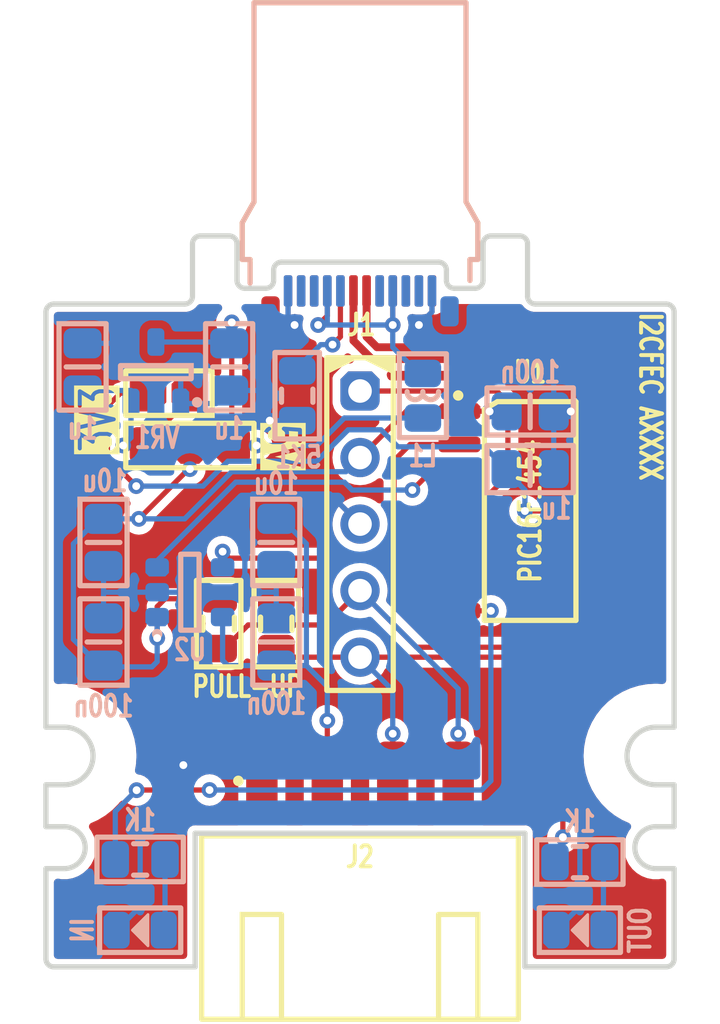
<source format=kicad_pcb>
(kicad_pcb (version 20221018) (generator pcbnew)
  (layers (0 "F.Cu" signal) (31 "B.Cu" jumper) (34 "B.Paste" user) (35 "F.Paste" user) (36 "B.SilkS" user "B.Silkscreen") (37 "F.SilkS" user "F.Silkscreen") (38 "B.Mask" user) (39 "F.Mask" user) (44 "Edge.Cuts" user))
  (net 0 "")
  (net 1 "A_CC")
  (net 2 "USB_DP")
  (net 3 "USB_DM")
  (net 4 "GND")
  (net 5 "5V")
  (net 6 "ICSP_VPP")
  (net 7 "Vin")
  (net 8 "POWER_EN")
  (net 9 "POWER_FAULT")
  (net 10 "VDD")
  (net 11 "VDD_OUT")
  (net 12 "3V3")
  (net 13 "SDA")
  (net 14 "SCL")
  (net 15 "LED_A'")
  (net 16 "LED_A")
  (net 17 "LED_B'")
  (net 18 "LED_B")
  (net 19 "3V3_USB")
  (footprint "Medo64:J USB C 3.2 Edge (24w)" (layer "F.Cu") (at 32 22)
    (fp_text reference "J1" (at 0.05 1.4) (layer "F.SilkS") (effects (font (size 0.8 0.6))))
    (fp_text value "105444-0001" hide)
    (fp_line (start -4.5 -2.5) (end -4.5 -1.1) (stroke (width 0.2)) (layer "B.SilkS"))
    (fp_line (start -4.5 -2.5) (end -4.05 -3.3) (stroke (width 0.2)) (layer "B.SilkS"))
    (fp_line (start -4.5 -1.1) (end -4.2 -1.1) (stroke (width 0.2)) (layer "B.SilkS"))
    (fp_line (start -4.2 -1) (end -4.2 -0.2) (stroke (width 0.2)) (layer "B.SilkS"))
    (fp_line (start -4.05 -10.9) (end -4.05 -3.3) (stroke (width 0.2)) (layer "B.SilkS"))
    (fp_line (start -4.05 -10.9) (end 4.05 -10.9) (stroke (width 0.2)) (layer "B.SilkS"))
    (fp_line (start 4.05 -10.9) (end 4.05 -3.3) (stroke (width 0.2)) (layer "B.SilkS"))
    (fp_line (start 4.2 -1.1) (end 4.2 -0.3) (stroke (width 0.2)) (layer "B.SilkS"))
    (fp_line (start 4.5 -2.5) (end 4.05 -3.3) (stroke (width 0.2)) (layer "B.SilkS"))
    (fp_line (start 4.5 -2.5) (end 4.5 -1.1) (stroke (width 0.2)) (layer "B.SilkS"))
    (fp_line (start 4.5 -1.1) (end 4.2 -1.1) (stroke (width 0.2)) (layer "B.SilkS"))
    (fp_line (start -4.5 -2.5) (end -4.5 -1.1) (stroke (width 0.2)) (layer "F.SilkS"))
    (fp_line (start -4.5 -2.5) (end -4.05 -3.3) (stroke (width 0.2)) (layer "F.SilkS"))
    (fp_line (start -4.5 -1.1) (end -4.2 -1.1) (stroke (width 0.2)) (layer "F.SilkS"))
    (fp_line (start -4.2 -1.1) (end -4.2 -0.3) (stroke (width 0.2)) (layer "F.SilkS"))
    (fp_line (start -4.05 -10.9) (end -4.05 -3.3) (stroke (width 0.2)) (layer "F.SilkS"))
    (fp_line (start -4.05 -10.9) (end 4.05 -10.9) (stroke (width 0.2)) (layer "F.SilkS"))
    (fp_line (start 4.05 -10.9) (end 4.05 -3.3) (stroke (width 0.2)) (layer "F.SilkS"))
    (fp_line (start 4.2 -1.1) (end 4.2 -0.3) (stroke (width 0.2)) (layer "F.SilkS"))
    (fp_line (start 4.5 -2.5) (end 4.05 -3.3) (stroke (width 0.2)) (layer "F.SilkS"))
    (fp_line (start 4.5 -2.5) (end 4.5 -1.1) (stroke (width 0.2)) (layer "F.SilkS"))
    (fp_line (start 4.5 -1.1) (end 4.2 -1.1) (stroke (width 0.2)) (layer "F.SilkS"))
    (pad "A1" smd roundrect locked (at -2.75 0.1) (size 0.33 1.2) (layers "F.Cu" "F.Paste" "F.Mask") (chamfer_ratio 0.2) (chamfer top_left bottom_left) (net 4 "GND"))
    (pad "A2" smd roundrect locked (at -2.25 0.1) (size 0.33 1.2) (layers "F.Cu" "F.Paste" "F.Mask"))
    (pad "A3" smd roundrect locked (at -1.75 0.1) (size 0.33 1.2) (layers "F.Cu" "F.Paste" "F.Mask"))
    (pad "A4" smd roundrect locked (at -1.25 0.1) (size 0.33 1.2) (layers "F.Cu" "F.Paste" "F.Mask") (net 7 "Vin"))
    (pad "A5" smd roundrect locked (at -0.75 0.1) (size 0.33 1.2) (layers "F.Cu" "F.Paste" "F.Mask") (net 1 "A_CC"))
    (pad "A6" smd roundrect locked (at -0.25 0.1) (size 0.33 1.2) (layers "F.Cu" "F.Paste" "F.Mask") (net 2 "USB_DP"))
    (pad "A7" smd roundrect locked (at 0.25 0.1) (size 0.33 1.2) (layers "F.Cu" "F.Paste" "F.Mask") (net 3 "USB_DM"))
    (pad "A8" smd roundrect locked (at 0.75 0.1) (size 0.33 1.2) (layers "F.Cu" "F.Paste" "F.Mask"))
    (pad "A9" smd roundrect locked (at 1.25 0.1) (size 0.33 1.2) (layers "F.Cu" "F.Paste" "F.Mask") (net 7 "Vin"))
    (pad "A10" smd roundrect locked (at 1.75 0.1) (size 0.33 1.2) (layers "F.Cu" "F.Paste" "F.Mask"))
    (pad "A11" smd roundrect locked (at 2.25 0.1) (size 0.33 1.2) (layers "F.Cu" "F.Paste" "F.Mask"))
    (pad "A12" smd roundrect locked (at 2.75 0.1) (size 0.33 1.2) (layers "F.Cu" "F.Paste" "F.Mask") (net 4 "GND"))
    (pad "B01" smd roundrect locked (at 2.75 0.1) (size 0.33 1.2) (layers "B.Cu" "B.Paste" "B.Mask") (chamfer_ratio 0.2) (chamfer top_right bottom_right) (net 4 "GND"))
    (pad "B02" smd roundrect locked (at 2.25 0.1) (size 0.33 1.2) (layers "B.Cu" "B.Paste" "B.Mask"))
    (pad "B03" smd roundrect locked (at 1.75 0.1) (size 0.33 1.2) (layers "B.Cu" "B.Paste" "B.Mask"))
    (pad "B04" smd roundrect locked (at 1.25 0.1) (size 0.33 1.2) (layers "B.Cu" "B.Paste" "B.Mask") (net 7 "Vin"))
    (pad "B05" smd roundrect locked (at 0.75 0.1) (size 0.33 1.2) (layers "B.Cu" "B.Paste" "B.Mask"))
    (pad "B08" smd roundrect locked (at -0.75 0.1) (size 0.33 1.2) (layers "B.Cu" "B.Paste" "B.Mask"))
    (pad "B09" smd roundrect locked (at -1.25 0.1) (size 0.33 1.2) (layers "B.Cu" "B.Paste" "B.Mask") (net 7 "Vin"))
    (pad "B10" smd roundrect locked (at -1.75 0.1) (size 0.33 1.2) (layers "B.Cu" "B.Paste" "B.Mask"))
    (pad "B11" smd roundrect locked (at -2.25 0.1) (size 0.33 1.2) (layers "B.Cu" "B.Paste" "B.Mask"))
    (pad "B12" smd roundrect locked (at -2.75 0.1) (size 0.33 1.2) (layers "B.Cu" "B.Paste" "B.Mask") (net 4 "GND"))
    (pad "S" smd roundrect locked (at -3.42 0.88) (size 0.7 1.15) (layers "F.Cu" "F.Paste" "F.Mask"))
    (pad "S" smd roundrect locked (at 3.42 0.88) (size 0.7 1.15) (layers "B.Cu" "B.Paste" "B.Mask"))
  )
  (footprint "Medo64:JP (0805)" (layer "F.Cu") (at 24.7 26 180)
    (fp_text reference "JP2" hide)
    (fp_text value "Jumper" hide)
    (fp_rect (start -1.65 -0.85) (end 1.65 0.85) (stroke (width 0.2)) (fill none) (layer "F.SilkS"))
    (pad "1" smd roundrect (at -0.8 0 180) (size 1.4 1.4) (layers "F.Cu" "F.Mask") (roundrect_rratio 0.2) (chamfer_ratio 0.25) (chamfer top_right bottom_right) (net 12 "3V3"))
    (pad "2" smd roundrect (at 0.8 0 180) (size 1.4 1.4) (layers "F.Cu" "F.Mask") (roundrect_rratio 0.2) (chamfer_ratio 0.25) (chamfer top_left bottom_left) (net 19 "3V3_USB"))
  )
  (footprint "Medo64:J JST XH Edge [I2C] (4w)" (layer "F.Cu") (at 32 40.8)
    (fp_text reference "J2" (at 0 2.9) (layer "F.SilkS") (effects (font (size 0.8 0.6) (thickness 0.15) bold)))
    (fp_text value "B4B-XH-A")
    (fp_rect (start -6.05 2.1) (end 6.05 9.1) (stroke (width 0.2)) (fill none) (layer "F.SilkS"))
    (fp_rect (start -4.5 5.1) (end -3 9.1) (stroke (width 0.2)) (fill none) (layer "F.SilkS"))
    (fp_rect (start 4.5 5.1) (end 3 9.1) (stroke (width 0.2)) (fill none) (layer "F.SilkS"))
    (fp_circle (center -4.65 0) (end -4.5 0) (stroke (width 0.1)) (fill solid) (layer "F.SilkS"))
    (pad "1" smd roundrect locked (at -3.75 0) (size 1.2 3) (layers "F.Cu" "F.Paste" "F.Mask") (chamfer_ratio 0.2) (chamfer top_left bottom_left) (net 4 "GND"))
    (pad "2" smd roundrect locked (at -1.25 0) (size 1.2 3) (layers "F.Cu" "F.Paste" "F.Mask") (net 11 "VDD_OUT"))
    (pad "3" smd roundrect locked (at 1.25 0) (size 1.2 3) (layers "F.Cu" "F.Paste" "F.Mask") (net 13 "SDA"))
    (pad "4" smd roundrect locked (at 3.75 0) (size 1.2 3) (layers "F.Cu" "F.Paste" "F.Mask") (net 14 "SCL"))
  )
  (footprint "Medo64:U Micro PIC16F1454 (SOIC-14)" (layer "F.Cu") (at 38.5 30.5)
    (fp_text reference "U1" (at 0 -5.3) (layer "F.SilkS") (effects (font (size 0.8 0.6))))
    (fp_text value "PIC16F1454" (at 0 0 90) (layer "F.SilkS") (effects (font (size 0.8 0.6))))
    (fp_line (start -1.75 -3.875) (end -1.25 -4.175) (stroke (width 0.2)) (layer "F.SilkS"))
    (fp_line (start -1.75 4.175) (end -1.75 -3.875) (stroke (width 0.2)) (layer "F.SilkS"))
    (fp_line (start -1.25 -4.175) (end 1.75 -4.175) (stroke (width 0.2)) (layer "F.SilkS"))
    (fp_line (start 1.75 -4.175) (end 1.75 4.175) (stroke (width 0.2)) (layer "F.SilkS"))
    (fp_line (start 1.75 4.175) (end -1.75 4.175) (stroke (width 0.2)) (layer "F.SilkS"))
    (fp_circle (center -2.75 -4.41) (end -2.6 -4.41) (stroke (width 0.1)) (fill solid) (layer "F.SilkS"))
    (pad "1" smd roundrect (at -2.7 -3.81) (size 1.6 0.6) (layers "F.Cu" "F.Paste" "F.Mask") (chamfer_ratio 0.2) (chamfer top_left top_right) (net 10 "VDD"))
    (pad "2" smd roundrect (at -2.7 -2.54) (size 1.6 0.6) (layers "F.Cu" "F.Paste" "F.Mask") (net 9 "POWER_FAULT"))
    (pad "3" smd roundrect (at -2.7 -1.27) (size 1.6 0.6) (layers "F.Cu" "F.Paste" "F.Mask") (net 8 "POWER_EN"))
    (pad "4" smd roundrect (at -2.7 0) (size 1.6 0.6) (layers "F.Cu" "F.Paste" "F.Mask") (net 6 "ICSP_VPP"))
    (pad "5" smd roundrect (at -2.7 1.27) (size 1.6 0.6) (layers "F.Cu" "F.Paste" "F.Mask"))
    (pad "6" smd roundrect (at -2.7 2.54) (size 1.6 0.6) (layers "F.Cu" "F.Paste" "F.Mask"))
    (pad "7" smd roundrect (at -2.7 3.81) (size 1.6 0.6) (layers "F.Cu" "F.Paste" "F.Mask") (net 16 "LED_A"))
    (pad "8" smd roundrect (at 2.7 3.81) (size 1.6 0.6) (layers "F.Cu" "F.Paste" "F.Mask") (net 18 "LED_B"))
    (pad "9" smd roundrect (at 2.7 2.54) (size 1.6 0.6) (layers "F.Cu" "F.Paste" "F.Mask") (net 13 "SDA"))
    (pad "10" smd roundrect (at 2.7 1.27) (size 1.6 0.6) (layers "F.Cu" "F.Paste" "F.Mask") (net 14 "SCL"))
    (pad "11" smd roundrect (at 2.7 0) (size 1.6 0.6) (layers "F.Cu" "F.Paste" "F.Mask") (net 19 "3V3_USB"))
    (pad "12" smd roundrect (at 2.7 -1.27) (size 1.6 0.6) (layers "F.Cu" "F.Paste" "F.Mask") (net 3 "USB_DM"))
    (pad "13" smd roundrect (at 2.7 -2.54) (size 1.6 0.6) (layers "F.Cu" "F.Paste" "F.Mask") (net 2 "USB_DP"))
    (pad "14" smd roundrect (at 2.7 -3.81) (size 1.6 0.6) (layers "F.Cu" "F.Paste" "F.Mask") (net 4 "GND"))
  )
  (footprint "Medo64:R (0805)" (layer "F.Cu") (at 26.6 34.8 90)
    (fp_text reference "R3" hide)
    (fp_text value "2K2" hide)
    (fp_line (start -0.25 -0.6) (end 0.25 -0.6) (stroke (width 0.2)) (layer "F.SilkS"))
    (fp_line (start -0.25 0.6) (end 0.25 0.6) (stroke (width 0.2)) (layer "F.SilkS"))
    (fp_rect (start -1.65 -0.85) (end 1.65 0.85) (stroke (width 0.2)) (fill none) (layer "F.SilkS"))
    (pad "1" smd roundrect (at -0.95 0 90) (size 1.05 1.4) (layers "F.Cu" "F.Paste" "F.Mask") (net 14 "SCL"))
    (pad "2" smd roundrect (at 0.95 0 90) (size 1.05 1.4) (layers "F.Cu" "F.Paste" "F.Mask") (net 10 "VDD"))
  )
  (footprint "Medo64:ICSP PIC Pogo (5w)" (layer "F.Cu") (at 32 31 -90)
    (fp_text reference "ICSP" hide)
    (fp_text value "Microchip PIC" hide)
    (fp_rect (start -6.35 -1.27) (end 6.35 1.27) (stroke (width 0.2)) (fill none) (layer "F.SilkS"))
    (fp_poly (pts (xy -6.35 0) (xy -6.35 -1.27) (xy -5.715 -1.27)) (fill solid) (layer "F.SilkS"))
    (fp_poly (pts (xy -6.35 0) (xy -6.35 1.27) (xy -5.715 1.27)) (fill solid) (layer "F.SilkS"))
    (pad "1" thru_hole roundrect (at -5.08 0 270) (size 1.5 1.5) (drill 0.9) (layers "*.Cu" "*.Mask") (chamfer_ratio 0.2) (chamfer top_left bottom_left) (net 6 "ICSP_VPP"))
    (pad "2" thru_hole circle (at -2.54 0 270) (size 1.5 1.5) (drill 0.9) (layers "*.Cu" "*.Mask") (net 10 "VDD"))
    (pad "3" thru_hole circle (at 0 0 270) (size 1.5 1.5) (drill 0.9) (layers "*.Cu" "*.Mask") (net 4 "GND"))
    (pad "4" thru_hole circle (at 2.54 0 270) (size 1.5 1.5) (drill 0.9) (layers "*.Cu" "*.Mask") (net 14 "SCL"))
    (pad "5" thru_hole circle (at 5.08 0 270) (size 1.5 1.5) (drill 0.9) (layers "*.Cu" "*.Mask") (net 13 "SDA"))
  )
  (footprint "Medo64:R (0805)" (layer "F.Cu") (at 28.8 34.8 90)
    (fp_text reference "R4" hide)
    (fp_text value "2K2" hide)
    (fp_line (start -0.25 -0.6) (end 0.25 -0.6) (stroke (width 0.2)) (layer "F.SilkS"))
    (fp_line (start -0.25 0.6) (end 0.25 0.6) (stroke (width 0.2)) (layer "F.SilkS"))
    (fp_rect (start -1.65 -0.85) (end 1.65 0.85) (stroke (width 0.2)) (fill none) (layer "F.SilkS"))
    (pad "1" smd roundrect (at -0.95 0 90) (size 1.05 1.4) (layers "F.Cu" "F.Paste" "F.Mask") (net 13 "SDA"))
    (pad "2" smd roundrect (at 0.95 0 90) (size 1.05 1.4) (layers "F.Cu" "F.Paste" "F.Mask") (net 10 "VDD"))
  )
  (footprint "Medo64:JP Dual (1205)" (layer "F.Cu") (at 25.5 28)
    (fp_text reference "JP1" hide)
    (fp_text value "Jumper" hide)
    (fp_rect (start -2.45 -0.85) (end 2.45 0.85) (stroke (width 0.2)) (fill none) (layer "F.SilkS"))
    (pad "1" smd roundrect (at -1.6 0) (size 1.4 1.4) (layers "F.Cu" "F.Mask") (roundrect_rratio 0.2) (chamfer_ratio 0.25) (chamfer top_right bottom_right) (net 12 "3V3"))
    (pad "2" smd roundrect (at 0 0) (size 1.4 1.4) (layers "F.Cu" "F.Mask") (roundrect_rratio 0) (chamfer_ratio 0.25) (chamfer top_left top_right bottom_left bottom_right) (net 10 "VDD"))
    (pad "3" smd roundrect (at 1.6 0) (size 1.4 1.4) (layers "F.Cu" "F.Mask") (roundrect_rratio 0.2) (chamfer_ratio 0.25) (chamfer top_left bottom_left) (net 5 "5V"))
  )
  (footprint "Medo64:R (0805)" (layer "B.Cu") (at 40.4 43.9)
    (fp_text reference "R2" hide)
    (fp_text value "1K" (at 0 -1.55) (layer "B.SilkS") (effects (font (size 0.8 0.6)) (justify mirror)))
    (fp_line (start -0.25 -0.6) (end 0.25 -0.6) (stroke (width 0.2)) (layer "B.SilkS"))
    (fp_line (start -0.25 0.6) (end 0.25 0.6) (stroke (width 0.2)) (layer "B.SilkS"))
    (fp_rect (start -1.65 0.85) (end 1.65 -0.85) (stroke (width 0.2)) (fill none) (layer "B.SilkS"))
    (pad "1" smd roundrect (at -0.95 0) (size 1.05 1.4) (layers "B.Cu" "B.Paste" "B.Mask") (net 18 "LED_B"))
    (pad "2" smd roundrect (at 0.95 0) (size 1.05 1.4) (layers "B.Cu" "B.Paste" "B.Mask") (net 17 "LED_B'"))
  )
  (footprint "Medo64:C (0805)" (layer "B.Cu") (at 28.8 31.7 -90)
    (fp_text reference "C8" hide)
    (fp_text value "10u" (at -2.25 0) (layer "B.SilkS") (effects (font (size 0.8 0.6) (thickness 0.15) bold) (justify mirror)))
    (fp_line (start 0 0.625) (end 0 -0.625) (stroke (width 0.2)) (layer "B.SilkS"))
    (fp_rect (start -1.65 0.9) (end 1.65 -0.9) (stroke (width 0.2)) (fill none) (layer "B.SilkS"))
    (pad "1" smd roundrect (at -0.9 0 270) (size 1.15 1.45) (layers "B.Cu" "B.Paste" "B.Mask") (net 11 "VDD_OUT"))
    (pad "2" smd roundrect (at 0.9 0 270) (size 1.15 1.45) (layers "B.Cu" "B.Paste" "B.Mask") (net 4 "GND"))
  )
  (footprint "Medo64:L (0805)" (layer "B.Cu") (at 34.4 26.1 -90)
    (fp_text reference "L1" (at 2.3 0) (layer "B.SilkS") (effects (font (size 0.8 0.6)) (justify mirror)))
    (fp_text value "120R" hide)
    (fp_rect (start -1.6 0.9) (end 1.6 -0.9) (stroke (width 0.2)) (fill none) (layer "B.SilkS"))
    (fp_arc (start -0.15 -0.6) (mid 0.15 -0.3) (end -0.15 0) (stroke (width 0.2)) (layer "B.SilkS"))
    (fp_arc (start -0.15 0) (mid 0.15 0.3) (end -0.15 0.6) (stroke (width 0.2)) (layer "B.SilkS"))
    (pad "1" smd roundrect (at -0.85 0 270) (size 1.05 1.4) (layers "B.Cu" "B.Paste" "B.Mask") (net 7 "Vin"))
    (pad "2" smd roundrect (at 0.85 0 270) (size 1.05 1.4) (layers "B.Cu" "B.Paste" "B.Mask") (net 5 "5V"))
  )
  (footprint "Medo64:DS (0805)" (layer "B.Cu") (at 40.4 46.5)
    (fp_text reference "DS2" hide)
    (fp_text value "OUT" (at 2.3 0 90 unlocked) (layer "B.SilkS") (effects (font (size 0.8 0.6) (thickness 0.15) bold) (justify mirror)))
    (fp_rect (start -1.55 0.85) (end 1.55 -0.85) (stroke (width 0.2)) (fill none) (layer "B.SilkS"))
    (fp_poly (pts (xy -0.3 0) (xy 0.3 0.6) (xy 0.3 -0.6)) (stroke (width 0.1)) (fill solid) (layer "B.SilkS"))
    (pad "1" smd roundrect (at -0.9 0) (size 1 1.4) (layers "B.Cu" "B.Paste" "B.Mask") (chamfer_ratio 0.2) (chamfer top_left bottom_left) (net 4 "GND"))
    (pad "2" smd roundrect (at 0.9 0) (size 1 1.4) (layers "B.Cu" "B.Paste" "B.Mask") (net 17 "LED_B'"))
  )
  (footprint "Medo64:C (0805)" (layer "B.Cu") (at 22.2 31.7 -90)
    (fp_text reference "C7" hide)
    (fp_text value "10u" (at -2.35 -0.05) (layer "B.SilkS") (effects (font (size 0.8 0.6) (thickness 0.15) bold) (justify mirror)))
    (fp_line (start 0 0.625) (end 0 -0.625) (stroke (width 0.2)) (layer "B.SilkS"))
    (fp_rect (start -1.65 0.9) (end 1.65 -0.9) (stroke (width 0.2)) (fill none) (layer "B.SilkS"))
    (pad "1" smd roundrect (at -0.9 0 270) (size 1.15 1.45) (layers "B.Cu" "B.Paste" "B.Mask") (net 10 "VDD"))
    (pad "2" smd roundrect (at 0.9 0 270) (size 1.15 1.45) (layers "B.Cu" "B.Paste" "B.Mask") (net 4 "GND"))
  )
  (footprint "Medo64:C (0805)" (layer "B.Cu") (at 22.2 35.5 90)
    (fp_text reference "C2" hide)
    (fp_text value "100n" (at -2.45 0 180) (layer "B.SilkS") (effects (font (size 0.8 0.6) (thickness 0.15) bold) (justify mirror)))
    (fp_line (start 0 0.625) (end 0 -0.625) (stroke (width 0.2)) (layer "B.SilkS"))
    (fp_rect (start -1.65 0.9) (end 1.65 -0.9) (stroke (width 0.2)) (fill none) (layer "B.SilkS"))
    (pad "1" smd roundrect (at -0.9 0 90) (size 1.15 1.45) (layers "B.Cu" "B.Paste" "B.Mask") (net 10 "VDD"))
    (pad "2" smd roundrect (at 0.9 0 90) (size 1.15 1.45) (layers "B.Cu" "B.Paste" "B.Mask") (net 4 "GND"))
  )
  (footprint "Medo64:U LoadSwitch MIC2091 (SOT23-5)" (layer "B.Cu") (at 25.5 33.6)
    (fp_text reference "U2" (at 0 2.2) (layer "B.SilkS") (effects (font (size 0.8 0.6)) (justify mirror)))
    (fp_text value "MIC2091" hide)
    (fp_rect (start 0.35 1.45) (end -0.35 -1.45) (stroke (width 0.2)) (fill none) (layer "B.SilkS"))
    (fp_circle (center -1.25 1.6) (end -1.1 1.6) (stroke (width 0.1)) (fill solid) (layer "B.SilkS"))
    (pad "1" smd roundrect (at -1.25 0.95) (size 0.9 0.7) (layers "B.Cu" "B.Paste" "B.Mask") (chamfer_ratio 0.2) (chamfer bottom_left bottom_right) (net 10 "VDD"))
    (pad "2" smd roundrect (at -1.25 0) (size 0.9 0.7) (layers "B.Cu" "B.Paste" "B.Mask") (net 4 "GND"))
    (pad "3" smd roundrect (at -1.25 -0.95) (size 0.9 0.7) (layers "B.Cu" "B.Paste" "B.Mask") (chamfer_ratio 0.2) (chamfer bottom_left bottom_right) (net 8 "POWER_EN"))
    (pad "4" smd roundrect (at 1.25 -0.95) (size 0.9 0.7) (layers "B.Cu" "B.Paste" "B.Mask") (net 9 "POWER_FAULT"))
    (pad "5" smd roundrect (at 1.25 0.95) (size 0.9 0.7) (layers "B.Cu" "B.Paste" "B.Mask") (net 11 "VDD_OUT"))
  )
  (footprint "Medo64:R (0805)" (layer "B.Cu") (at 29.6 26.1 90)
    (fp_text reference "R5" hide)
    (fp_text value "5K1" (at -2.35 0.05) (layer "B.SilkS") (effects (font (size 0.8 0.6)) (justify mirror)))
    (fp_line (start -0.25 -0.6) (end 0.25 -0.6) (stroke (width 0.2)) (layer "B.SilkS"))
    (fp_line (start -0.25 0.6) (end 0.25 0.6) (stroke (width 0.2)) (layer "B.SilkS"))
    (fp_rect (start -1.65 0.85) (end 1.65 -0.85) (stroke (width 0.2)) (fill none) (layer "B.SilkS"))
    (pad "1" smd roundrect (at -0.95 0 90) (size 1.05 1.4) (layers "B.Cu" "B.Paste" "B.Mask") (net 4 "GND"))
    (pad "2" smd roundrect (at 0.95 0 90) (size 1.05 1.4) (layers "B.Cu" "B.Paste" "B.Mask") (net 1 "A_CC"))
  )
  (footprint "Medo64:C (0805)" (layer "B.Cu") (at 28.8 35.5 90)
    (fp_text reference "C3" hide)
    (fp_text value "100n" (at -2.35 0 180) (layer "B.SilkS") (effects (font (size 0.8 0.6) (thickness 0.15) bold) (justify mirror)))
    (fp_line (start 0 0.625) (end 0 -0.625) (stroke (width 0.2)) (layer "B.SilkS"))
    (fp_rect (start -1.65 0.9) (end 1.65 -0.9) (stroke (width 0.2)) (fill none) (layer "B.SilkS"))
    (pad "1" smd roundrect (at -0.9 0 90) (size 1.15 1.45) (layers "B.Cu" "B.Paste" "B.Mask") (net 11 "VDD_OUT"))
    (pad "2" smd roundrect (at 0.9 0 90) (size 1.15 1.45) (layers "B.Cu" "B.Paste" "B.Mask") (net 4 "GND"))
  )
  (footprint "Medo64:C (0805)" (layer "B.Cu") (at 38.5 28.9)
    (fp_text reference "C4" hide)
    (fp_text value "1u" (at 1 1.5) (layer "B.SilkS") (effects (font (size 0.8 0.6) (thickness 0.15) bold) (justify mirror)))
    (fp_line (start 0 0.625) (end 0 -0.625) (stroke (width 0.2)) (layer "B.SilkS"))
    (fp_rect (start -1.65 0.9) (end 1.65 -0.9) (stroke (width 0.2)) (fill none) (layer "B.SilkS"))
    (pad "1" smd roundrect (at -0.9 0) (size 1.15 1.45) (layers "B.Cu" "B.Paste" "B.Mask") (net 19 "3V3_USB"))
    (pad "2" smd roundrect (at 0.9 0) (size 1.15 1.45) (layers "B.Cu" "B.Paste" "B.Mask") (net 4 "GND"))
  )
  (footprint "Medo64:C (0805)" (layer "B.Cu") (at 21.4 25 -90)
    (fp_text reference "C6" hide)
    (fp_text value "1u" (at 2.35 0) (layer "B.SilkS") (effects (font (size 0.8 0.6) (thickness 0.15) bold) (justify mirror)))
    (fp_line (start 0 0.625) (end 0 -0.625) (stroke (width 0.2)) (layer "B.SilkS"))
    (fp_rect (start -1.65 0.9) (end 1.65 -0.9) (stroke (width 0.2)) (fill none) (layer "B.SilkS"))
    (pad "1" smd roundrect (at -0.9 0 270) (size 1.15 1.45) (layers "B.Cu" "B.Paste" "B.Mask") (net 4 "GND"))
    (pad "2" smd roundrect (at 0.9 0 270) (size 1.15 1.45) (layers "B.Cu" "B.Paste" "B.Mask") (net 12 "3V3"))
  )
  (footprint "Medo64:C (0805)" (layer "B.Cu") (at 27 25 90)
    (fp_text reference "C5" hide)
    (fp_text value "1u" (at -2.35 0 180) (layer "B.SilkS") (effects (font (size 0.8 0.6) (thickness 0.15) bold) (justify mirror)))
    (fp_line (start 0 0.625) (end 0 -0.625) (stroke (width 0.2)) (layer "B.SilkS"))
    (fp_rect (start -1.65 0.9) (end 1.65 -0.9) (stroke (width 0.2)) (fill none) (layer "B.SilkS"))
    (pad "1" smd roundrect (at -0.9 0 90) (size 1.15 1.45) (layers "B.Cu" "B.Paste" "B.Mask") (net 4 "GND"))
    (pad "2" smd roundrect (at 0.9 0 90) (size 1.15 1.45) (layers "B.Cu" "B.Paste" "B.Mask") (net 5 "5V"))
  )
  (footprint "Medo64:C (0805)" (layer "B.Cu") (at 38.5 26.7)
    (fp_text reference "C1" hide)
    (fp_text value "100n" (at 0 -1.5) (layer "B.SilkS") (effects (font (size 0.8 0.6) (thickness 0.15) bold) (justify mirror)))
    (fp_line (start 0 0.625) (end 0 -0.625) (stroke (width 0.2)) (layer "B.SilkS"))
    (fp_rect (start -1.65 0.9) (end 1.65 -0.9) (stroke (width 0.2)) (fill none) (layer "B.SilkS"))
    (pad "1" smd roundrect (at -0.9 0) (size 1.15 1.45) (layers "B.Cu" "B.Paste" "B.Mask") (net 10 "VDD"))
    (pad "2" smd roundrect (at 0.9 0) (size 1.15 1.45) (layers "B.Cu" "B.Paste" "B.Mask") (net 4 "GND"))
  )
  (footprint "Medo64:DS (0805)" (layer "B.Cu") (at 23.6 46.5)
    (fp_text reference "DS1" hide)
    (fp_text value "IN" (at -2.2 0 90) (layer "B.SilkS") (effects (font (size 0.8 0.6) (thickness 0.15) bold) (justify mirror)))
    (fp_rect (start -1.55 0.85) (end 1.55 -0.85) (stroke (width 0.2)) (fill none) (layer "B.SilkS"))
    (fp_poly (pts (xy -0.3 0) (xy 0.3 0.6) (xy 0.3 -0.6)) (stroke (width 0.1)) (fill solid) (layer "B.SilkS"))
    (pad "1" smd roundrect (at -0.9 0) (size 1 1.4) (layers "B.Cu" "B.Paste" "B.Mask") (chamfer_ratio 0.2) (chamfer top_left bottom_left) (net 4 "GND"))
    (pad "2" smd roundrect (at 0.9 0) (size 1 1.4) (layers "B.Cu" "B.Paste" "B.Mask") (net 15 "LED_A'"))
  )
  (footprint "Medo64:VR Linear MCP1700 (SOT23-3)" (layer "B.Cu") (at 24.2 25.2 180)
    (fp_text reference "VR1" (at -0.05 -2.5) (layer "B.SilkS") (effects (font (size 0.8 0.6)) (justify mirror)))
    (fp_text value "MCP1700" hide)
    (fp_rect (start -1.35 0.25) (end 1.35 -0.25) (stroke (width 0.2)) (fill none) (layer "B.SilkS"))
    (fp_circle (center -1.575 -1.15) (end -1.425 -1.15) (stroke (width 0.1)) (fill solid) (layer "B.SilkS"))
    (pad "1" smd roundrect (at -0.95 -1.15 180) (size 0.65 1.05) (layers "B.Cu" "B.Paste" "B.Mask") (chamfer_ratio 0.2) (chamfer top_left bottom_left) (net 4 "GND"))
    (pad "2" smd roundrect (at 0.95 -1.15 180) (size 0.65 1.05) (layers "B.Cu" "B.Paste" "B.Mask") (net 12 "3V3"))
    (pad "3" smd roundrect (at 0 1.15 180) (size 0.65 1.05) (layers "B.Cu" "B.Paste" "B.Mask") (net 5 "5V"))
  )
  (footprint "Medo64:R (0805)" (layer "B.Cu") (at 23.6 43.8)
    (fp_text reference "R1" hide)
    (fp_text value "1K" (at 0 -1.5) (layer "B.SilkS") (effects (font (size 0.8 0.6)) (justify mirror)))
    (fp_line (start -0.25 -0.6) (end 0.25 -0.6) (stroke (width 0.2)) (layer "B.SilkS"))
    (fp_line (start -0.25 0.6) (end 0.25 0.6) (stroke (width 0.2)) (layer "B.SilkS"))
    (fp_rect (start -1.65 0.85) (end 1.65 -0.85) (stroke (width 0.2)) (fill none) (layer "B.SilkS"))
    (pad "1" smd roundrect (at -0.95 0) (size 1.05 1.4) (layers "B.Cu" "B.Paste" "B.Mask") (net 16 "LED_A"))
    (pad "2" smd roundrect (at 0.95 0) (size 1.05 1.4) (layers "B.Cu" "B.Paste" "B.Mask") (net 15 "LED_A'"))
  )
  (gr_line locked (start 38.4 20.3) (end 38.4 22.3) (stroke (width 0.2)) (layer "Edge.Cuts"))
  (gr_arc locked (start 25.6 22.3) (mid 25.512132 22.512132) (end 25.3 22.6) (stroke (width 0.2)) (layer "Edge.Cuts"))
  (gr_arc locked (start 43.3 40.95) (mid 42.2 39.85) (end 43.3 38.75) (stroke (width 0.2)) (layer "Edge.Cuts"))
  (gr_line locked (start 38.3 47.9) (end 43.7 47.9) (stroke (width 0.2)) (layer "Edge.Cuts"))
  (gr_line locked (start 20.7 40.95) (end 20 40.95) (stroke (width 0.2)) (layer "Edge.Cuts"))
  (gr_line locked (start 43.3 40.95) (end 44 40.95) (stroke (width 0.2)) (layer "Edge.Cuts"))
  (gr_line locked (start 44 44.15) (end 43.3 44.15) (stroke (width 0.2)) (layer "Edge.Cuts"))
  (gr_arc locked (start 35 21) (mid 35.212132 21.087868) (end 35.3 21.3) (stroke (width 0.2)) (layer "Edge.Cuts"))
  (gr_arc locked (start 28.7 21.3) (mid 28.787868 21.087868) (end 29 21) (stroke (width 0.2)) (layer "Edge.Cuts"))
  (gr_line locked (start 38.1 20) (end 37 20) (stroke (width 0.2)) (layer "Edge.Cuts"))
  (gr_arc locked (start 28.7 21.7) (mid 28.612132 21.912132) (end 28.4 22) (stroke (width 0.2)) (layer "Edge.Cuts"))
  (gr_arc locked (start 27 20) (mid 27.212132 20.087868) (end 27.3 20.3) (stroke (width 0.2)) (layer "Edge.Cuts"))
  (gr_arc locked (start 43.7 22.6) (mid 43.912132 22.687868) (end 44 22.9) (stroke (width 0.2)) (layer "Edge.Cuts"))
  (gr_line locked (start 20 44.15) (end 20 47.6) (stroke (width 0.2)) (layer "Edge.Cuts"))
  (gr_line locked (start 20 38.75) (end 20.7 38.75) (stroke (width 0.2)) (layer "Edge.Cuts"))
  (gr_line locked (start 44 42.55) (end 43.3 42.55) (stroke (width 0.2)) (layer "Edge.Cuts"))
  (gr_arc locked (start 38.7 22.6) (mid 38.487868 22.512132) (end 38.4 22.3) (stroke (width 0.2)) (layer "Edge.Cuts"))
  (gr_line locked (start 44 42.55) (end 44 40.95) (stroke (width 0.2)) (layer "Edge.Cuts"))
  (gr_line locked (start 28.4 22) (end 27.6 22) (stroke (width 0.2)) (layer "Edge.Cuts"))
  (gr_line locked (start 43.7 22.6) (end 38.7 22.6) (stroke (width 0.2)) (layer "Edge.Cuts"))
  (gr_line locked (start 20.3 22.6) (end 25.3 22.6) (stroke (width 0.2)) (layer "Edge.Cuts"))
  (gr_arc locked (start 38.1 20) (mid 38.312132 20.087868) (end 38.4 20.3) (stroke (width 0.2)) (layer "Edge.Cuts"))
  (gr_arc locked (start 35.6 22) (mid 35.387868 21.912132) (end 35.3 21.7) (stroke (width 0.2)) (layer "Edge.Cuts"))
  (gr_line locked (start 35.3 21.7) (end 35.3 21.3) (stroke (width 0.2)) (layer "Edge.Cuts"))
  (gr_line locked (start 27.3 20.3) (end 27.3 21.7) (stroke (width 0.2)) (layer "Edge.Cuts"))
  (gr_arc locked (start 20 22.9) (mid 20.087868 22.687868) (end 20.3 22.6) (stroke (width 0.2)) (layer "Edge.Cuts"))
  (gr_arc locked (start 36.7 20.3) (mid 36.787868 20.087868) (end 37 20) (stroke (width 0.2)) (layer "Edge.Cuts"))
  (gr_arc locked (start 20.7 42.55) (mid 21.5 43.35) (end 20.7 44.15) (stroke (width 0.2)) (layer "Edge.Cuts"))
  (gr_arc locked (start 27.6 22) (mid 27.387868 21.912132) (end 27.3 21.7) (stroke (width 0.2)) (layer "Edge.Cuts"))
  (gr_line locked (start 36.7 20.3) (end 36.7 21.7) (stroke (width 0.2)) (layer "Edge.Cuts"))
  (gr_arc locked (start 44 47.6) (mid 43.912132 47.812132) (end 43.7 47.9) (stroke (width 0.2)) (layer "Edge.Cuts"))
  (gr_line locked (start 36.4 22) (end 35.6 22) (stroke (width 0.2)) (layer "Edge.Cuts"))
  (gr_line locked (start 44 22.9) (end 44 38.75) (stroke (width 0.2)) (layer "Edge.Cuts"))
  (gr_line locked (start 43.3 38.75) (end 44 38.75) (stroke (width 0.2)) (layer "Edge.Cuts"))
  (gr_line locked (start 28.7 21.7) (end 28.7 21.3) (stroke (width 0.2)) (layer "Edge.Cuts"))
  (gr_arc locked (start 20.7 38.75) (mid 21.8 39.85) (end 20.7 40.95) (stroke (width 0.2)) (layer "Edge.Cuts"))
  (gr_arc locked (start 43.3 44.15) (mid 42.5 43.35) (end 43.3 42.55) (stroke (width 0.2)) (layer "Edge.Cuts"))
  (gr_line locked (start 25.9 20) (end 27 20) (stroke (width 0.2)) (layer "Edge.Cuts"))
  (gr_line locked (start 25.6 20.3) (end 25.6 22.3) (stroke (width 0.2)) (layer "Edge.Cuts"))
  (gr_line locked (start 44 44.15) (end 44 47.6) (stroke (width 0.2)) (layer "Edge.Cuts"))
  (gr_line locked (start 20 22.9) (end 20 38.75) (stroke (width 0.2)) (layer "Edge.Cuts"))
  (gr_line locked (start 20.7 44.15) (end 20 44.15) (stroke (width 0.2)) (layer "Edge.Cuts"))
  (gr_line locked (start 38.3 42.8) (end 25.7 42.8) (stroke (width 0.2)) (layer "Edge.Cuts"))
  (gr_arc locked (start 25.6 20.3) (mid 25.687868 20.087868) (end 25.9 20) (stroke (width 0.2)) (layer "Edge.Cuts"))
  (gr_arc locked (start 36.7 21.7) (mid 36.612132 21.912132) (end 36.4 22) (stroke (width 0.2)) (layer "Edge.Cuts"))
  (gr_line locked (start 29 21) (end 35 21) (stroke (width 0.2)) (layer "Edge.Cuts"))
  (gr_line locked (start 25.7 47.9) (end 25.7 42.8) (stroke (width 0.2)) (layer "Edge.Cuts"))
  (gr_line locked (start 20.7 42.55) (end 20 42.55) (stroke (width 0.2)) (layer "Edge.Cuts"))
  (gr_line locked (start 20 42.55) (end 20 40.95) (stroke (width 0.2)) (layer "Edge.Cuts"))
  (gr_line locked (start 20.3 47.9) (end 25.7 47.9) (stroke (width 0.2)) (layer "Edge.Cuts"))
  (gr_line locked (start 38.3 47.9) (end 38.3 42.8) (stroke (width 0.2)) (layer "Edge.Cuts"))
  (gr_arc locked (start 20.3 47.9) (mid 20.087868 47.812132) (end 20 47.6) (stroke (width 0.2)) (layer "Edge.Cuts"))
  (gr_text "5V" (at 29 28 270) (layer "F.SilkS" knockout) (effects (font (size 1.3 0.9) (thickness 0.15) bold)))
  (gr_text "PULL-UP" (at 27.7 37.2) (layer "F.SilkS") (effects (font (size 0.8 0.6) (thickness 0.15) bold)))
  (gr_text "I2CFEC AXXXX" (at 43.1 22.85 270) (layer "F.SilkS") (effects (font (size 0.8 0.6) (thickness 0.15) bold) (justify left)))
  (gr_text "3V3" (at 22 27 90) (layer "F.SilkS" knockout) (effects (font (size 1.3 0.9) (thickness 0.15) bold)))
  (segment (start 31.25 23.85) (end 30.95 24.15) (width 0.2) (layer "F.Cu") (net 1))
  (segment (start 31.25 22.1) (end 31.25 23.85) (width 0.2) (layer "F.Cu") (net 1))
  (via (at 30.95 24.15) (size 0.6) (drill 0.3) (layers "F.Cu" "B.Cu") (net 1))
  (segment (start 30.5 24.15) (end 30.95 24.15) (width 0.2) (layer "B.Cu") (net 1))
  (segment (start 29.65 25) (end 30.5 24.15) (width 0.2) (layer "B.Cu") (net 1))
  (segment (start 41.9 24.7) (end 42.75 25.55) (width 0.3) (layer "F.Cu") (net 2))
  (segment (start 42.29 27.96) (end 41.2 27.96) (width 0.3) (layer "F.Cu") (net 2))
  (segment (start 42.75 27.5) (end 42.29 27.96) (width 0.3) (layer "F.Cu") (net 2))
  (segment (start 32.45 24.7) (end 41.9 24.7) (width 0.3) (layer "F.Cu") (net 2))
  (segment (start 31.75 24) (end 32.45 24.7) (width 0.3) (layer "F.Cu") (net 2))
  (segment (start 42.75 25.55) (end 42.75 27.5) (width 0.3) (layer "F.Cu") (net 2))
  (segment (start 31.75 22.1) (end 31.75 24) (width 0.3) (layer "F.Cu") (net 2))
  (segment (start 42.086396 24.25) (end 32.65 24.25) (width 0.3) (layer "F.Cu") (net 3))
  (segment (start 32.25 23.85) (end 32.25 22.1) (width 0.3) (layer "F.Cu") (net 3))
  (segment (start 32.65 24.25) (end 32.25 23.85) (width 0.3) (layer "F.Cu") (net 3))
  (segment (start 43.2 25.363604) (end 42.086396 24.25) (width 0.3) (layer "F.Cu") (net 3))
  (segment (start 41.2 29.23) (end 42.17 29.23) (width 0.3) (layer "F.Cu") (net 3))
  (segment (start 43.2 28.2) (end 43.2 25.363604) (width 0.3) (layer "F.Cu") (net 3))
  (segment (start 42.17 29.23) (end 43.2 28.2) (width 0.3) (layer "F.Cu") (net 3))
  (segment (start 28.25 40.8) (end 28.25 40.199992) (width 0.2) (layer "F.Cu") (net 4))
  (segment (start 40.060002 26.69) (end 40.050002 26.7) (width 0.2) (layer "F.Cu") (net 4))
  (segment (start 41.2 26.69) (end 40.060002 26.69) (width 0.2) (layer "F.Cu") (net 4))
  (segment (start 28.55 27.05) (end 28.8 27.3) (width 0.2) (layer "F.Cu") (net 4))
  (segment (start 28.8 27.8) (end 32 31) (width 0.2) (layer "F.Cu") (net 4))
  (segment (start 29.25 23.182417) (end 29.428008 23.360425) (width 0.2) (layer "F.Cu") (net 4))
  (segment (start 34.75 22.9) (end 34.25 23.4) (width 0.2) (layer "F.Cu") (net 4))
  (segment (start 28.25 40.199992) (end 25.25 40.199992) (width 0.2) (layer "F.Cu") (net 4))
  (segment (start 34.75 22.1) (end 34.75 22.9) (width 0.2) (layer "F.Cu") (net 4))
  (segment (start 29.25 22.1) (end 29.25 23.182417) (width 0.2) (layer "F.Cu") (net 4))
  (segment (start 28.8 27.3) (end 28.8 27.8) (width 0.2) (layer "F.Cu") (net 4))
  (via (at 40.050002 26.7) (size 0.6) (drill 0.3) (layers "F.Cu" "B.Cu") (net 4))
  (via (at 25.25 40.199992) (size 0.6) (drill 0.3) (layers "F.Cu" "B.Cu") (net 4))
  (via (at 29.5 23.4) (size 0.6) (drill 0.3) (layers "F.Cu" "B.Cu") (net 4))
  (via (at 34.25 23.4) (size 0.6) (drill 0.3) (layers "F.Cu" "B.Cu") (net 4))
  (via (at 28.55 27.05) (size 0.6) (drill 0.3) (layers "F.Cu" "B.Cu") (net 4))
  (segment (start 25.25 40.199992) (end 25.25 33.6) (width 0.2) (layer "B.Cu") (net 4))
  (segment (start 22.2 33.6) (end 22.2 32.6) (width 0.2) (layer "B.Cu") (net 4))
  (segment (start 28.25 25.9) (end 28.25 24.65) (width 0.2) (layer "B.Cu") (net 4))
  (segment (start 25.15 25.45) (end 25.15 26.35) (width 0.2) (layer "B.Cu") (net 4))
  (segment (start 23.6 45.6) (end 22.7 46.5) (width 0.2) (layer "B.Cu") (net 4))
  (segment (start 25.25 40.5) (end 25.25 40.199992) (width 0.2) (layer "B.Cu") (net 4))
  (segment (start 39.4 24.45) (end 39.4 26.7) (width 0.2) (layer "B.Cu") (net 4))
  (segment (start 25.25 42) (end 24.25 42) (width 0.2) (layer "B.Cu") (net 4))
  (segment (start 25.25 33.6) (end 27.4 33.6) (width 0.2) (layer "B.Cu") (net 4))
  (segment (start 24.25 33.6) (end 22.2 33.6) (width 0.2) (layer "B.Cu") (net 4))
  (segment (start 29.25 22.1) (end 29.25 23.15) (width 0.2) (layer "B.Cu") (net 4))
  (segment (start 27.9 29.85) (end 27.6 30.15) (width 0.2) (layer "B.Cu") (net 4))
  (segment (start 34.25 23.4) (end 34.25 23.85) (width 0.2) (layer "B.Cu") (net 4))
  (segment (start 27.6 30.15) (end 27.6 33.6) (width 0.2) (layer "B.Cu") (net 4))
  (segment (start 34.75 22.9) (end 34.25 23.4) (width 0.2) (layer "B.Cu") (net 4))
  (segment (start 24.25 42) (end 23.6 42.65) (width 0.2) (layer "B.Cu") (net 4))
  (segment (start 25.25 42) (end 39.9 42) (width 0.2) (layer "B.Cu") (net 4))
  (segment (start 28.8 34.6) (end 28.8 33.6) (width 0.2) (layer "B.Cu") (net 4))
  (segment (start 27 25.9) (end 28.25 25.9) (width 0.2) (layer "B.Cu") (net 4))
  (segment (start 24.9 25.2) (end 25.15 25.45) (width 0.2) (layer "B.Cu") (net 4))
  (segment (start 24.25 33.6) (end 25.25 33.6) (width 0.2) (layer "B.Cu") (net 4))
  (segment (start 26.5 26.4) (end 27 25.9) (width 0.2) (layer "B.Cu") (net 4))
  (segment (start 28.25 26.75) (end 28.55 27.05) (width 0.2) (layer "B.Cu") (net 4))
  (segment (start 34.75 22.1) (end 34.75 22.9) (width 0.2) (layer "B.Cu") (net 4))
  (segment (start 23.6 42.65) (end 23.6 45.6) (width 0.2) (layer "B.Cu") (net 4))
  (segment (start 27.6 33.6) (end 27.4 33.6) (width 0.2) (layer "B.Cu") (net 4))
  (segment (start 29.25 23.15) (end 29.5 23.4) (width 0.2) (layer "B.Cu") (net 4))
  (segment (start 34.5 24.1) (end 39.05 24.1) (width 0.2) (layer "B.Cu") (net 4))
  (segment (start 25.15 26.35) (end 25.2 26.4) (width 0.2) (layer "B.Cu") (net 4))
  (segment (start 28.8 33.6) (end 28.8 32.6) (width 0.2) (layer "B.Cu") (net 4))
  (segment (start 25.25 42) (end 25.25 40.5) (width 0.2) (layer "B.Cu") (net 4))
  (segment (start 39.4 28.9) (end 39.4 26.7) (width 0.2) (layer "B.Cu") (net 4))
  (segment (start 27.4 33.6) (end 28.8 33.6) (width 0.2) (layer "B.Cu") (net 4))
  (segment (start 39.9 42) (end 40.4 42.5) (width 0.2) (layer "B.Cu") (net 4))
  (segment (start 40.050002 26.7) (end 39.4 26.7) (width 0.2) (layer "B.Cu") (net 4))
  (segment (start 39.05 24.1) (end 39.4 24.45) (width 0.2) (layer "B.Cu") (net 4))
  (segment (start 21.4 24.1) (end 22.5 24.1) (width 0.2) (layer "B.Cu") (net 4))
  (segment (start 32 31) (end 30.85 29.85) (width 0.2) (layer "B.Cu") (net 4))
  (segment (start 22.2 34.6) (end 22.2 33.6) (width 0.2) (layer "B.Cu") (net 4))
  (segment (start 28.25 25.9) (end 28.25 26.75) (width 0.2) (layer "B.Cu") (net 4))
  (segment (start 40.4 45.6) (end 39.5 46.5) (width 0.2) (layer "B.Cu") (net 4))
  (segment (start 23.6 25.2) (end 24.9 25.2) (width 0.2) (layer "B.Cu") (net 4))
  (segment (start 25.2 26.4) (end 26.5 26.4) (width 0.2) (layer "B.Cu") (net 4))
  (segment (start 28.25 24.65) (end 29.5 23.4) (width 0.2) (layer "B.Cu") (net 4))
  (segment (start 34.25 23.85) (end 34.5 24.1) (width 0.2) (layer "B.Cu") (net 4))
  (segment (start 30.85 29.85) (end 27.9 29.85) (width 0.2) (layer "B.Cu") (net 4))
  (segment (start 29.6 27.05) (end 28.55 27.05) (width 0.2) (layer "B.Cu") (net 4))
  (segment (start 22.5 24.1) (end 23.6 25.2) (width 0.2) (layer "B.Cu") (net 4))
  (segment (start 40.4 42.5) (end 40.4 45.6) (width 0.2) (layer "B.Cu") (net 4))
  (segment (start 27.1 28) (end 27.1 23.3) (width 0.2) (layer "F.Cu") (net 5))
  (segment (start 27.1 28) (end 28 28) (width 0.2) (layer "F.Cu") (net 5))
  (segment (start 28 28) (end 28.05 27.95) (width 0.2) (layer "F.Cu") (net 5))
  (via (at 28.05 28) (size 0.6) (drill 0.3) (layers "F.Cu" "B.Cu") (net 5))
  (via (at 27.1 23.3) (size 0.6) (drill 0.3) (layers "F.Cu" "B.Cu") (net 5))
  (segment (start 27.1 24) (end 27 24.1) (width 0.2) (layer "B.Cu") (net 5))
  (segment (start 34.4 26.95) (end 31.4 26.95) (width 0.2) (layer "B.Cu") (net 5))
  (segment (start 31.4 26.95) (end 30.35 28) (width 0.2) (layer "B.Cu") (net 5))
  (segment (start 30.35 28) (end 28.05 28) (width 0.2) (layer "B.Cu") (net 5))
  (segment (start 24.2 24.05) (end 26.95 24.05) (width 0.2) (layer "B.Cu") (net 5))
  (segment (start 27.1 23.3) (end 27.1 24) (width 0.2) (layer "B.Cu") (net 5))
  (segment (start 32 25.92) (end 37.22 25.92) (width 0.2) (layer "F.Cu") (net 6))
  (segment (start 37.65 29.15) (end 36.3 30.5) (width 0.2) (layer "F.Cu") (net 6))
  (segment (start 37.22 25.92) (end 37.65 26.35) (width 0.2) (layer "F.Cu") (net 6))
  (segment (start 37.65 26.35) (end 37.65 29.15) (width 0.2) (layer "F.Cu") (net 6))
  (segment (start 36.3 30.5) (end 35.8 30.5) (width 0.2) (layer "F.Cu") (net 6))
  (segment (start 33.25 22.1) (end 33.25 23.350004) (width 0.2) (layer "F.Cu") (net 7))
  (segment (start 33.25 23.350004) (end 33.250004 23.350008) (width 0.2) (layer "F.Cu") (net 7))
  (segment (start 30.75 22.1) (end 30.75 23.05) (width 0.2) (layer "F.Cu") (net 7))
  (segment (start 30.75 23.05) (end 30.4 23.4) (width 0.2) (layer "F.Cu") (net 7))
  (via (at 33.25 23.4) (size 0.6) (drill 0.3) (layers "F.Cu" "B.Cu") (net 7))
  (via (at 30.4 23.4) (size 0.6) (drill 0.3) (layers "F.Cu" "B.Cu") (net 7))
  (segment (start 30.7 23.4) (end 33.25 23.4) (width 0.2) (layer "B.Cu") (net 7))
  (segment (start 33.25 24.25) (end 34.25 25.25) (width 0.2) (layer "B.Cu") (net 7))
  (segment (start 30.75 22.1) (end 30.75 23.35) (width 0.2) (layer "B.Cu") (net 7))
  (segment (start 30.75 23.35) (end 30.7 23.4) (width 0.2) (layer "B.Cu") (net 7))
  (segment (start 33.25 23.350004) (end 33.250004 23.350008) (width 0.2) (layer "B.Cu") (net 7))
  (segment (start 33.25 22.1) (end 33.25 23.350004) (width 0.2) (layer "B.Cu") (net 7))
  (segment (start 33.25 23.4) (end 33.25 24.25) (width 0.2) (layer "B.Cu") (net 7))
  (segment (start 34.47 29.23) (end 34 29.7) (width 0.2) (layer "F.Cu") (net 8))
  (segment (start 35.8 29.23) (end 34.47 29.23) (width 0.2) (layer "F.Cu") (net 8))
  (via (at 34 29.7) (size 0.6) (drill 0.3) (layers "F.Cu" "B.Cu") (net 8))
  (segment (start 34 29.7) (end 31.7 29.7) (width 0.2) (layer "B.Cu") (net 8))
  (segment (start 27.25 29.4) (end 24.25 32.4) (width 0.2) (layer "B.Cu") (net 8))
  (segment (start 31.4 29.4) (end 27.25 29.4) (width 0.2) (layer "B.Cu") (net 8))
  (segment (start 24.25 32.4) (end 24.25 32.65) (width 0.2) (layer "B.Cu") (net 8))
  (segment (start 31.7 29.7) (end 31.4 29.4) (width 0.2) (layer "B.Cu") (net 8))
  (segment (start 33.15 32.3) (end 26.999996 32.3) (width 0.2) (layer "F.Cu") (net 9))
  (segment (start 26.999996 32.3) (end 26.75 32.050004) (width 0.2) (layer "F.Cu") (net 9))
  (segment (start 35.8 27.96) (end 33.914214 27.96) (width 0.2) (layer "F.Cu") (net 9))
  (segment (start 33.914214 27.96) (end 33.3 28.574214) (width 0.2) (layer "F.Cu") (net 9))
  (segment (start 33.3 32.15) (end 33.15 32.3) (width 0.2) (layer "F.Cu") (net 9))
  (segment (start 33.3 28.574214) (end 33.3 32.15) (width 0.2) (layer "F.Cu") (net 9))
  (via (at 26.75 32.050004) (size 0.6) (drill 0.3) (layers "F.Cu" "B.Cu") (net 9))
  (segment (start 35.8 26.69) (end 33.77 26.69) (width 0.2) (layer "F.Cu") (net 10))
  (segment (start 24.55 33.85) (end 24.25 34.15) (width 0.2) (layer "F.Cu") (net 10))
  (segment (start 35.8 26.69) (end 36.939974 26.69) (width 0.2) (layer "F.Cu") (net 10))
  (segment (start 25.5 28.899998) (end 25.450002 28.899998) (width 0.2) (layer "F.Cu") (net 10))
  (segment (start 36.939974 26.69) (end 36.949974 26.7) (width 0.2) (layer "F.Cu") (net 10))
  (segment (start 26.6 33.85) (end 24.55 33.85) (width 0.2) (layer "F.Cu") (net 10))
  (segment (start 24.25 34.15) (end 24.25 35.35) (width 0.2) (layer "F.Cu") (net 10))
  (segment (start 33.77 26.69) (end 32 28.46) (width 0.2) (layer "F.Cu") (net 10))
  (segment (start 28.8 33.85) (end 26.6 33.85) (width 0.2) (layer "F.Cu") (net 10))
  (segment (start 25.5 28) (end 25.5 28.899998) (width 0.2) (layer "F.Cu") (net 10))
  (segment (start 25.450002 28.899998) (end 23.55 30.8) (width 0.2) (layer "F.Cu") (net 10))
  (via (at 24.25 35.35) (size 0.6) (drill 0.3) (layers "F.Cu" "B.Cu") (net 10))
  (via (at 25.5 28.899998) (size 0.6) (drill 0.3) (layers "F.Cu" "B.Cu") (net 10))
  (via (at 36.949974 26.7) (size 0.6) (drill 0.3) (layers "F.Cu" "B.Cu") (net 10))
  (via (at 23.55 30.8) (size 0.6) (drill 0.3) (layers "F.Cu" "B.Cu") (net 10))
  (segment (start 21.05 35.4) (end 22.05 36.4) (width 0.2) (layer "B.Cu") (net 10))
  (segment (start 36.949974 26.7) (end 37.6 26.7) (width 0.2) (layer "B.Cu") (net 10))
  (segment (start 27.1 29) (end 25.3 30.8) (width 0.2) (layer "B.Cu") (net 10))
  (segment (start 25.500002 28.9) (end 25.5 28.899998) (width 0.2) (layer "B.Cu") (net 10))
  (segment (start 24.25 36.25) (end 24.05 36.45) (width 0.2) (layer "B.Cu") (net 10))
  (segment (start 22 30.8) (end 21.05 31.75) (width 0.2) (layer "B.Cu") (net 10))
  (segment (start 24.25 34.55) (end 24.25 36.25) (width 0.2) (layer "B.Cu") (net 10))
  (segment (start 32 28.46) (end 31.46 29) (width 0.2) (layer "B.Cu") (net 10))
  (segment (start 21.05 31.75) (end 21.05 35.4) (width 0.2) (layer "B.Cu") (net 10))
  (segment (start 25.3 30.8) (end 22.2 30.8) (width 0.2) (layer "B.Cu") (net 10))
  (segment (start 24.05 36.45) (end 22.25 36.45) (width 0.2) (layer "B.Cu") (net 10))
  (segment (start 31.46 29) (end 27.1 29) (width 0.2) (layer "B.Cu") (net 10))
  (segment (start 30.75 40.8) (end 30.75 38.5) (width 0.2) (layer "F.Cu") (net 11))
  (via (at 30.75 38.5) (size 0.6) (drill 0.3) (layers "F.Cu" "B.Cu") (net 11))
  (segment (start 26.95 36.4) (end 26.75 36.2) (width 0.2) (layer "B.Cu") (net 11))
  (segment (start 29.95 31.75) (end 29 30.8) (width 0.2) (layer "B.Cu") (net 11))
  (segment (start 28.8 36.4) (end 26.95 36.4) (width 0.2) (layer "B.Cu") (net 11))
  (segment (start 28.8 36.4) (end 29.95 36.4) (width 0.2) (layer "B.Cu") (net 11))
  (segment (start 30.75 37.2) (end 30.75 38.5) (width 0.2) (layer "B.Cu") (net 11))
  (segment (start 26.75 36.2) (end 26.75 34.55) (width 0.2) (layer "B.Cu") (net 11))
  (segment (start 29.95 36.4) (end 29.95 31.75) (width 0.2) (layer "B.Cu") (net 11))
  (segment (start 29.95 36.4) (end 30.75 37.2) (width 0.2) (layer "B.Cu") (net 11))
  (segment (start 23.9 28) (end 23.9 27.8) (width 0.2) (layer "F.Cu") (net 12))
  (segment (start 23.9 28) (end 22.950004 28) (width 0.2) (layer "F.Cu") (net 12))
  (segment (start 23.9 27.8) (end 25.5 26.2) (width 0.2) (layer "F.Cu") (net 12))
  (segment (start 22.950004 28) (end 22.95 27.999996) (width 0.2) (layer "F.Cu") (net 12))
  (segment (start 25.5 26.2) (end 25.5 26) (width 0.2) (layer "F.Cu") (net 12))
  (via (at 22.95 27.999996) (size 0.6) (drill 0.3) (layers "F.Cu" "B.Cu") (net 12))
  (segment (start 23.25 27.699996) (end 22.95 27.999996) (width 0.2) (layer "B.Cu") (net 12))
  (segment (start 23.25 26.5) (end 23.25 27.699996) (width 0.2) (layer "B.Cu") (net 12))
  (segment (start 23.25 25.9) (end 23.25 26.35) (width 0.2) (layer "B.Cu") (net 12))
  (segment (start 21.4 25.9) (end 23.25 25.9) (width 0.2) (layer "B.Cu") (net 12))
  (segment (start 32 36.08) (end 38.32 36.08) (width 0.2) (layer "F.Cu") (net 13))
  (segment (start 38.8 33.6) (end 39.36 33.04) (width 0.2) (layer "F.Cu") (net 13))
  (segment (start 38.8 35.6) (end 38.8 33.6) (width 0.2) (layer "F.Cu") (net 13))
  (segment (start 33.25 39) (end 33.25 40.8) (width 0.2) (layer "F.Cu") (net 13))
  (segment (start 38.32 36.08) (end 38.8 35.6) (width 0.2) (layer "F.Cu") (net 13))
  (segment (start 32 36.08) (end 29.13 36.08) (width 0.2) (layer "F.Cu") (net 13))
  (segment (start 29.13 36.08) (end 28.8 35.75) (width 0.2) (layer "F.Cu") (net 13))
  (segment (start 39.36 33.04) (end 41.2 33.04) (width 0.2) (layer "F.Cu") (net 13))
  (via (at 33.25 39) (size 0.6) (drill 0.3) (layers "F.Cu" "B.Cu") (net 13))
  (segment (start 32 36.08) (end 32 36.1) (width 0.2) (layer "B.Cu") (net 13))
  (segment (start 33.25 37.35) (end 33.25 39) (width 0.2) (layer "B.Cu") (net 13))
  (segment (start 32 36.1) (end 33.25 37.35) (width 0.2) (layer "B.Cu") (net 13))
  (segment (start 38.2 35.7) (end 38.45 35.45) (width 0.2) (layer "F.Cu") (net 14))
  (segment (start 40.08 31.77) (end 41.2 31.77) (width 0.2) (layer "F.Cu") (net 14))
  (segment (start 32 33.54) (end 34.16 35.7) (width 0.2) (layer "F.Cu") (net 14))
  (segment (start 30.69 34.85) (end 27.725 34.85) (width 0.2) (layer "F.Cu") (net 14))
  (segment (start 26.825 35.75) (end 26.6 35.75) (width 0.2) (layer "F.Cu") (net 14))
  (segment (start 35.75 39) (end 35.75 40.8) (width 0.2) (layer "F.Cu") (net 14))
  (segment (start 38.45 33.4) (end 40.08 31.77) (width 0.2) (layer "F.Cu") (net 14))
  (segment (start 32 33.54) (end 30.69 34.85) (width 0.2) (layer "F.Cu") (net 14))
  (segment (start 34.16 35.7) (end 38.2 35.7) (width 0.2) (layer "F.Cu") (net 14))
  (segment (start 27.725 34.85) (end 26.825 35.75) (width 0.2) (layer "F.Cu") (net 14))
  (segment (start 38.45 35.45) (end 38.45 33.4) (width 0.2) (layer "F.Cu") (net 14))
  (via (at 35.75 39) (size 0.6) (drill 0.3) (layers "F.Cu" "B.Cu") (net 14))
  (segment (start 32 33.54) (end 35.75 37.29) (width 0.2) (layer "B.Cu") (net 14))
  (segment (start 35.75 37.29) (end 35.75 39) (width 0.2) (layer "B.Cu") (net 14))
  (segment (start 24.55 43.8) (end 24.55 46.45) (width 0.2) (layer "B.Cu") (net 15))
  (segment (start 35.8 34.31) (end 37 34.31) (width 0.2) (layer "F.Cu") (net 16))
  (segment (start 23.470283 41.15) (end 23.464119 41.156164) (width 0.2) (layer "F.Cu") (net 16))
  (segment (start 26.25 41.15) (end 23.470283 41.15) (width 0.2) (layer "F.Cu") (net 16))
  (via (at 26.25 41.15) (size 0.6) (drill 0.3) (layers "F.Cu" "B.Cu") (net 16))
  (via (at 37 34.31) (size 0.6) (drill 0.3) (layers "F.Cu" "B.Cu") (net 16))
  (via (at 23.464119 41.156164) (size 0.6) (drill 0.3) (layers "F.Cu" "B.Cu") (net 16))
  (segment (start 22.65 41.970283) (end 22.65 43.8) (width 0.2) (layer "B.Cu") (net 16))
  (segment (start 26.25 41.15) (end 36.65 41.15) (width 0.2) (layer "B.Cu") (net 16))
  (segment (start 36.65 41.15) (end 37 40.8) (width 0.2) (layer "B.Cu") (net 16))
  (segment (start 37 40.8) (end 37 34.31) (width 0.2) (layer "B.Cu") (net 16))
  (segment (start 23.464119 41.156164) (end 22.65 41.970283) (width 0.2) (layer "B.Cu") (net 16))
  (segment (start 41.3 46.5) (end 41.3 43.95) (width 0.2) (layer "B.Cu") (net 17))
  (segment (start 41.2 34.31) (end 41.2 35.9) (width 0.2) (layer "F.Cu") (net 18))
  (segment (start 39.75 37.35) (end 39.75 42.95) (width 0.2) (layer "F.Cu") (net 18))
  (segment (start 41.2 35.9) (end 39.75 37.35) (width 0.2) (layer "F.Cu") (net 18))
  (via (at 39.75 42.95) (size 0.6) (drill 0.3) (layers "F.Cu" "B.Cu") (net 18))
  (segment (start 39.45 43.9) (end 39.75 43.6) (width 0.2) (layer "B.Cu") (net 18))
  (segment (start 39.75 43.6) (end 39.75 42.95) (width 0.2) (layer "B.Cu") (net 18))
  (segment (start 22.85 26) (end 22.35 26.5) (width 0.2) (layer "F.Cu") (net 19))
  (segment (start 22.35 28.45) (end 23.45 29.55) (width 0.2) (layer "F.Cu") (net 19))
  (segment (start 22.35 26.5) (end 22.35 28.45) (width 0.2) (layer "F.Cu") (net 19))
  (segment (start 23.9 26) (end 22.85 26) (width 0.2) (layer "F.Cu") (net 19))
  (segment (start 41.2 30.5) (end 38.299952 30.5) (width 0.2) (layer "F.Cu") (net 19))
  (via (at 38.299952 30.5) (size 0.6) (drill 0.3) (layers "F.Cu" "B.Cu") (net 19))
  (via (at 23.45 29.55) (size 0.6) (drill 0.3) (layers "F.Cu" "B.Cu") (net 19))
  (segment (start 26 29.55) (end 23.45 29.55) (width 0.2) (layer "B.Cu") (net 19))
  (segment (start 36.75 28.05) (end 33.45 28.05) (width 0.2) (layer "B.Cu") (net 19))
  (segment (start 30.347893 28.6) (end 26.95 28.6) (width 0.2) (layer "B.Cu") (net 19))
  (segment (start 31.547893 27.4) (end 30.347893 28.6) (width 0.2) (layer "B.Cu") (net 19))
  (segment (start 37.6 28.9) (end 36.75 28.05) (width 0.2) (layer "B.Cu") (net 19))
  (segment (start 26.95 28.6) (end 26 29.55) (width 0.2) (layer "B.Cu") (net 19))
  (segment (start 37.7 29.1) (end 38.299952 29.699952) (width 0.2) (layer "B.Cu") (net 19))
  (segment (start 33.45 28.05) (end 32.8 27.4) (width 0.2) (layer "B.Cu") (net 19))
  (segment (start 32.8 27.4) (end 31.547893 27.4) (width 0.2) (layer "B.Cu") (net 19))
  (segment (start 38.299952 29.699952) (end 38.299952 30.5) (width 0.2) (layer "B.Cu") (net 19))
  (zone (net 4) (net_name "GND") (layers "F&B.Cu") (connect_pads no (clearance 0.3)) (min_thickness 0.3) (fill yes (thermal_gap 0.5) (thermal_bridge_width 0.5))
    (polygon (pts (xy 20 22.6) (xy 44 22.6) (xy 44 47.9) (xy 20 47.9)))
  )
)
</source>
